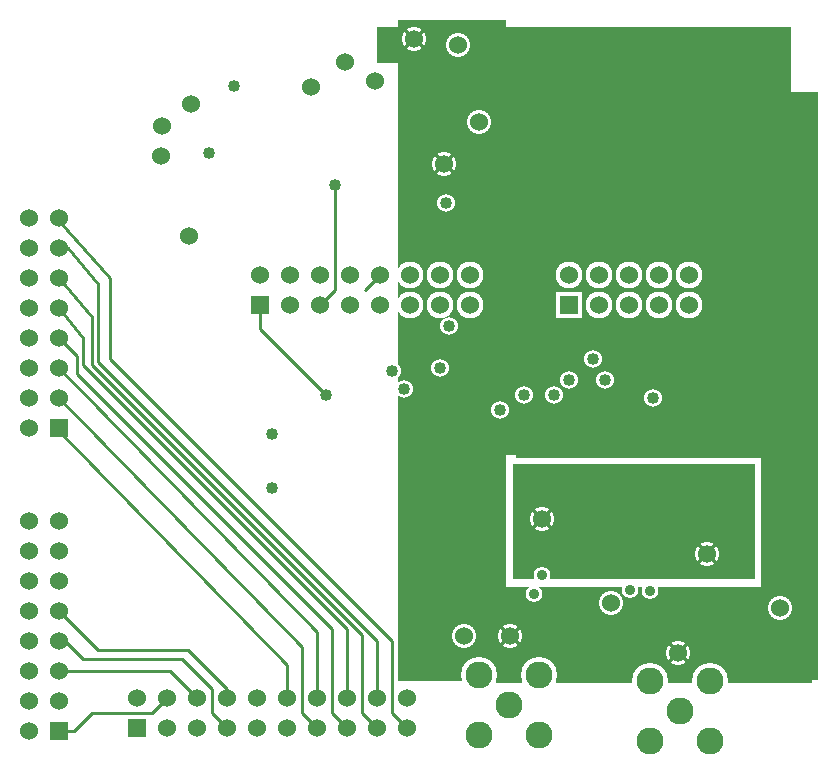
<source format=gbr>
G04 Title: TX Daughterboard, layergroup #4 *
G04 Creator: pcb-bin 1.99q *
G04 CreationDate: Fri Feb 10 03:52:58 2006 UTC *
G04 For: matt *
G04 Format: Gerber/RS-274X *
G04 PCB-Dimensions: 275000 250000 *
G04 PCB-Coordinate-Origin: lower left *
%MOIN*%
%FSLAX24Y24*%
G04 contains layers Vcc-sldr (2) *
%IPPOS*%
%ADD11C,0.0250*%
%ADD12C,0.0080*%
%ADD13C,0.0100*%
%ADD14R,0.0240X0.0240*%
%ADD15R,0.0440X0.0440*%
%ADD16R,0.0300X0.0300*%
%ADD17C,0.0060*%
%ADD18R,0.0540X0.0540*%
%ADD19R,0.0480X0.0480*%
%ADD20R,0.0680X0.0680*%
%ADD21C,0.0720*%
%ADD22C,0.0920X0.0720*%
%ADD23C,0.0920*%
%ADD24C,0.0240*%
%ADD25C,0.0340*%
%ADD26R,0.0200X0.0200*%
%ADD27R,0.0600X0.0600*%
%ADD28R,0.0660X0.0660*%
%ADD29R,0.0900X0.0900X0.0600X0.0600*%
%ADD30R,0.0900X0.0900*%
%ADD31C,0.0600*%
%ADD32C,0.0660*%
%AMTHERM1*7,0,0,0.0900,0.0600,0.0100,45*%
%ADD33THERM1*%
%ADD34C,0.0900X0.0600*%
%ADD35C,0.0900*%
%ADD36C,0.0200*%
%ADD37C,0.1200X0.0900*%
%ADD38C,0.1200*%
%ADD39C,0.0150*%
%AMTHERM2*7,0,0,0.1200,0.0900,0.0150,45*%
%ADD40THERM2*%
%ADD41C,0.0500*%
%ADD42R,0.0500X0.0500*%
%ADD43C,0.1320*%
%ADD44C,0.1520*%
%ADD45C,0.1520X0.1320*%
%ADD46C,0.0400*%
%ADD47C,0.0600X0.0400*%
%AMTHERM3*7,0,0,0.0600,0.0400,0.0100,45*%
%ADD48THERM3*%
%ADD49C,0.0800*%
%ADD50C,0.0800X0.0600*%
%ADD51C,0.0125*%
%AMTHERM4*7,0,0,0.0800,0.0600,0.0125,45*%
%ADD52THERM4*%
%ADD53C,0.0160*%
%AMTHERM5*7,0,0,0.0800,0.0600,0.0160,45*%
%ADD54THERM5*%
%ADD55C,0.0360*%
%ADD56C,0.0560*%
%ADD57C,0.0560X0.0360*%
%LNGROUP_3*%
%LPD*%
G01X0Y0D02*
G54D13*G36*
X17050Y6250D02*X25100D01*
Y10100D01*
X17050D01*
Y6250D01*
G37*
G36*
X13200Y2850D02*X16800D01*
Y24900D01*
X13200D01*
Y2850D01*
G37*
G36*
X17600Y20900D02*X15950D01*
Y10400D01*
X17600D01*
Y20900D01*
G37*
G36*
X15600Y2800D02*X27000D01*
Y6000D01*
X15600D01*
Y2800D01*
G37*
G36*
X14400Y24650D02*X12500D01*
Y23450D01*
X14400D01*
Y24650D01*
G37*
G36*
X26300D02*X13400D01*
Y20600D01*
X26300D01*
Y24650D01*
G37*
G36*
X17150Y10300D02*X26400D01*
Y20700D01*
X17150D01*
Y10300D01*
G37*
G36*
X25300Y2900D02*X27200D01*
Y22500D01*
X25300D01*
Y2900D01*
G37*
%LNCUTS*%
%LPC*%
G54D49*X18000Y8250D03*
X23500Y7100D03*
G54D56*X18000Y6400D03*
G54D49*X15200Y24050D03*
X13750Y24250D03*
X15900Y21500D03*
G54D31*X14800Y18800D03*
G54D49*X14750Y20100D03*
G54D31*X13000Y13200D03*
X13400Y12600D03*
X14900Y14700D03*
G54D49*X15400Y4350D03*
G54D31*X14600Y13300D03*
X16600Y11900D03*
G54D49*X16950Y4350D03*
G54D35*X15600Y15400D03*
Y16400D03*
X13600D03*
Y15400D03*
X14600D03*
Y16400D03*
G54D38*X15900Y3050D03*
G54D31*X16600Y11900D03*
X17400Y12400D03*
G54D35*X15600Y15400D03*
Y16400D03*
G54D49*X15400Y4350D03*
X25950Y5300D03*
X20300Y5450D03*
G54D56*X20950Y5900D03*
X21600Y5850D03*
X17750Y5750D03*
G54D49*X16950Y4350D03*
X22550Y3800D03*
G54D38*X21600Y2850D03*
X23600D03*
X15900Y3050D03*
X17900D03*
G54D49*X13750Y24250D03*
X15200Y24050D03*
X13750Y24250D03*
X15900Y21500D03*
G54D31*X18900Y12900D03*
X18400Y12400D03*
X17400D03*
X20100Y12900D03*
X19700Y13600D03*
X21700Y12300D03*
G54D30*X18900Y15400D03*
G54D35*X19900D03*
X20900D03*
X21900D03*
X22900D03*
X18900Y16400D03*
X19900D03*
X20900D03*
X21900D03*
X22900D03*
G54D49*X25950Y5300D03*
%LNTRACKS*%
%LPD*%
G54D13*X12600Y16400D02*X12100Y15900D01*
X11000Y4600D02*X2500Y13100D01*
X1900Y18200D02*Y18100D01*
X3600Y16300D02*X1900Y18200D01*
X3600Y13600D02*Y16300D01*
X13000Y4200D02*X3600Y13600D01*
X13000Y1800D02*Y4200D01*
X13500Y1300D02*X13000Y1800D01*
X2200Y17300D02*X1900Y17100D01*
X3200Y16100D02*X2200Y17300D01*
X3200Y13500D02*Y16100D01*
X12500Y4200D02*X3200Y13500D01*
X12500Y2300D02*Y4200D01*
X3000Y15000D02*X1900Y16300D01*
X3000Y13400D02*Y15000D01*
X12000Y4400D02*X3000Y13400D01*
X12000Y1800D02*Y4400D01*
X12500Y1300D02*X12000Y1800D01*
X2700Y14300D02*X1900Y15300D01*
X2700Y13400D02*Y14300D01*
X11500Y4600D02*X2700Y13400D01*
X11500Y2300D02*Y4600D01*
X2500Y13700D02*Y13100D01*
X1900Y14300D02*X2500Y13700D01*
X11000Y1800D02*Y4600D01*
X11500Y1300D02*X11000Y1800D01*
X10500Y4500D02*X1900Y13300D01*
X10500Y2300D02*Y4500D01*
X10000Y4000D02*X1900Y12300D01*
X10000Y1800D02*Y4000D01*
X10500Y1300D02*X10000Y1800D01*
X9500Y3400D02*X1800Y11300D01*
X9500Y2300D02*Y3400D01*
X2100Y4200D02*X1900D01*
X2700Y3600D02*X2100Y4200D01*
X3200Y3900D02*X1900Y5200D01*
X6200Y3900D02*X3200D01*
X7500Y2600D02*X6200Y3900D01*
X7500Y2300D02*Y2600D01*
X6000Y3600D02*X2700D01*
X7000Y2600D02*X6000Y3600D01*
X7000Y1800D02*Y2600D01*
X7500Y1300D02*X7000Y1800D01*
X5600Y3200D02*X1900D01*
X6500Y2300D02*X5600Y3200D01*
X2400Y1200D02*X1900D01*
X3000Y1800D02*X2400Y1200D01*
X5000Y1800D02*X3000D01*
X5500Y2300D02*X5000Y1800D01*
X11100Y15900D02*Y19400D01*
X10600Y15400D02*X11100Y15900D01*
X8600Y14600D02*X10800Y12400D01*
X8600Y15400D02*Y14600D01*
G54D27*X1900Y1200D03*
G54D31*X900D03*
X1900Y2200D03*
X900D03*
X1900Y3200D03*
X900D03*
X1900Y4200D03*
X900D03*
X1900Y5200D03*
X900D03*
X1900Y6200D03*
X900D03*
X1900Y7200D03*
X900D03*
X1900Y8200D03*
X900D03*
G54D27*X4500Y1300D03*
G54D31*Y2300D03*
X5500Y1300D03*
Y2300D03*
X6500Y1300D03*
Y2300D03*
X7500Y1300D03*
Y2300D03*
X8500Y1300D03*
Y2300D03*
X9500Y1300D03*
Y2300D03*
X10500Y1300D03*
Y2300D03*
X11500Y1300D03*
Y2300D03*
X12500Y1300D03*
Y2300D03*
X13500Y1300D03*
Y2300D03*
G54D27*X18900Y15400D03*
G54D31*Y16400D03*
X19900Y15400D03*
Y16400D03*
X20900Y15400D03*
Y16400D03*
X21900Y15400D03*
Y16400D03*
X22900Y15400D03*
Y16400D03*
G54D35*X22600Y1850D03*
X21600Y850D03*
Y2850D03*
X23600Y850D03*
Y2850D03*
G54D27*X8600Y15400D03*
G54D31*Y16400D03*
X9600Y15400D03*
Y16400D03*
X10600Y15400D03*
Y16400D03*
X11600Y15400D03*
Y16400D03*
X12600Y15400D03*
Y16400D03*
X13600Y15400D03*
Y16400D03*
X14600Y15400D03*
Y16400D03*
X15600Y15400D03*
Y16400D03*
G54D35*X16900Y2050D03*
X15900Y1050D03*
Y3050D03*
X17900Y1050D03*
Y3050D03*
G54D27*X1900Y11300D03*
G54D31*X900D03*
X1900Y12300D03*
X900D03*
X1900Y13300D03*
X900D03*
X1900Y14300D03*
X900D03*
X1900Y15300D03*
X900D03*
X1900Y16300D03*
X900D03*
X1900Y17300D03*
X900D03*
X1900Y18300D03*
X900D03*
G54D46*X11100Y19400D03*
X16600Y11900D03*
X18900Y12900D03*
X20100D03*
X19700Y13600D03*
X14900Y14700D03*
X14600Y13300D03*
X13000Y13200D03*
X13400Y12600D03*
X10800Y12400D03*
X9000Y9300D03*
X18400Y12400D03*
X17400D03*
X14800Y18800D03*
X9000Y11100D03*
G54D31*X6250Y17700D03*
X5300Y20350D03*
X5350Y21350D03*
X6300Y22100D03*
X10300Y22650D03*
X11450Y23500D03*
X12450Y22850D03*
X15200Y24050D03*
X15900Y21500D03*
G54D46*X6900Y20450D03*
X7750Y22700D03*
X21700Y12300D03*
G54D31*X25950Y5300D03*
X15400Y4350D03*
X20300Y5450D03*
G54D55*X20950Y5900D03*
X21600Y5850D03*
X18000Y6400D03*
X17750Y5750D03*
G54D31*X14750Y20100D03*
G54D51*X14470Y20380D02*X15030Y19820D01*
X14470D02*X15030Y20380D01*
G54D31*X16950Y4350D03*
G54D51*X16670Y4630D02*X17230Y4070D01*
X16670D02*X17230Y4630D01*
G54D31*X13750Y24250D03*
G54D51*X13470Y24530D02*X14030Y23970D01*
X13470D02*X14030Y24530D01*
G54D31*X18000Y8250D03*
G54D51*X17720Y8530D02*X18280Y7970D01*
X17720D02*X18280Y8530D01*
G54D31*X23500Y7100D03*
G54D51*X23220Y7380D02*X23780Y6820D01*
X23220D02*X23780Y7380D01*
G54D31*X22550Y3800D03*
G54D51*X22270Y4080D02*X22830Y3520D01*
X22270D02*X22830Y4080D01*
M02*

</source>
